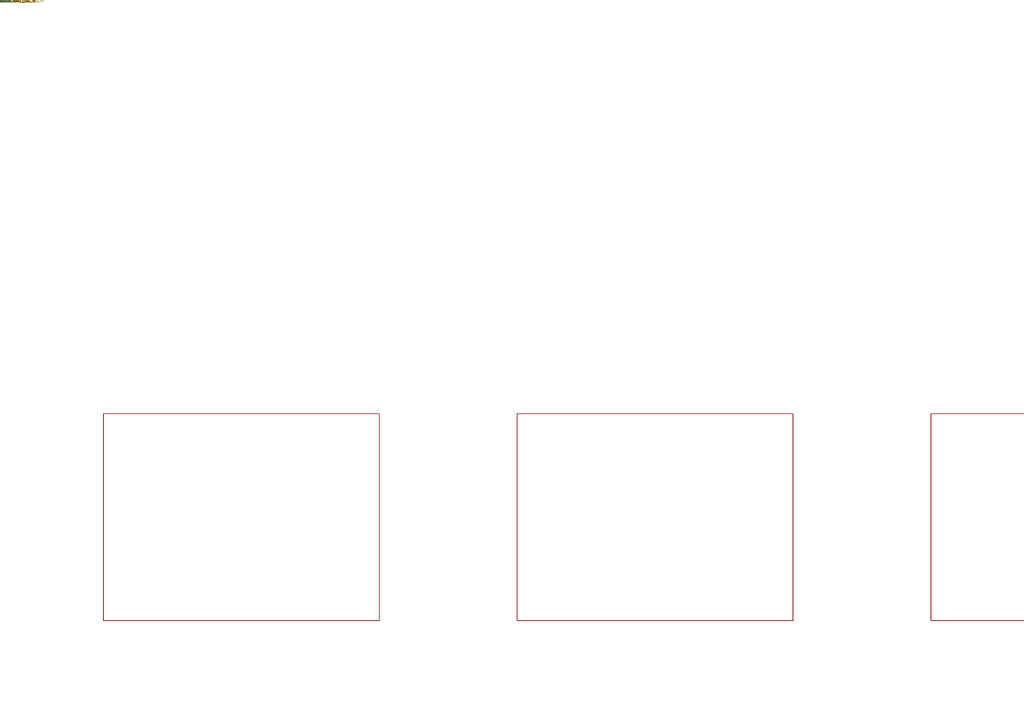
<source format=kicad_sch>
(kicad_sch
  (version 20231015)
  (generator "kicad-9")
  (uuid 11111111-aaaa-bbbb-cccc-000000000001)

  (paper "A4")

  (title_block
    (title "Isolated RS485 WiFi Bridge")
    (company "Custom Electronics")
    (rev "1.0")
    (date "2025-12-31")
  )

  # CONNECTORS (links)
  (sheet
    (at 30 120)
    (size 80 60)
    (uuid 22222222-aaaa-bbbb-cccc-000000000002)
    (property "Sheet name" "Connectors")
    (property "Sheet file" "Connectors.kicad_sch")
  )

  # POWER (na connectors)
  (sheet
    (at 150 120)
    (size 80 60)
    (uuid 33333333-aaaa-bbbb-cccc-000000000003)
    (property "Sheet name" "Power")
    (property "Sheet file" "Power.kicad_sch")
  )

  # RS485 (na power)
  (sheet
    (at 270 120)
    (size 80 60)
    (uuid 44444444-aaaa-bbbb-cccc-000000000004)
    (property "Sheet name" "RS485")
    (property "Sheet file" "RS485.kicad_sch")
  )

  # ESP32 (rechts)
  (sheet
    (at 390 120)
    (size 80 60)
    (uuid 55555555-aaaa-bbbb-cccc-000000000005)
    (property "Sheet name" "ESP32")
    (property "Sheet file" "ESP32.kicad_sch")
  )
)

</source>
